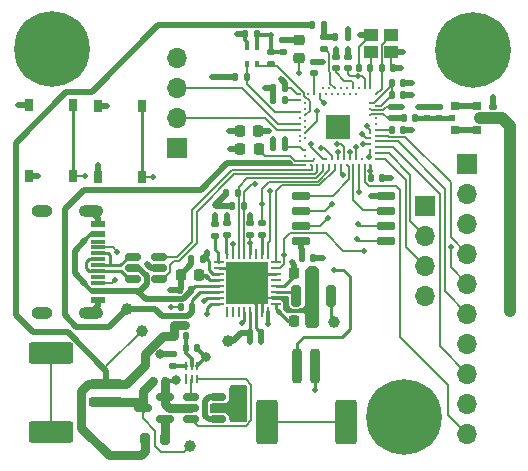
<source format=gbr>
G04 #@! TF.GenerationSoftware,KiCad,Pcbnew,7.0.6-7.0.6~ubuntu22.04.1*
G04 #@! TF.CreationDate,2023-08-08T18:58:17+02:00*
G04 #@! TF.ProjectId,Sensor_Nodes,53656e73-6f72-45f4-9e6f-6465732e6b69,rev?*
G04 #@! TF.SameCoordinates,Original*
G04 #@! TF.FileFunction,Copper,L1,Top*
G04 #@! TF.FilePolarity,Positive*
%FSLAX46Y46*%
G04 Gerber Fmt 4.6, Leading zero omitted, Abs format (unit mm)*
G04 Created by KiCad (PCBNEW 7.0.6-7.0.6~ubuntu22.04.1) date 2023-08-08 18:58:17*
%MOMM*%
%LPD*%
G01*
G04 APERTURE LIST*
G04 Aperture macros list*
%AMRoundRect*
0 Rectangle with rounded corners*
0 $1 Rounding radius*
0 $2 $3 $4 $5 $6 $7 $8 $9 X,Y pos of 4 corners*
0 Add a 4 corners polygon primitive as box body*
4,1,4,$2,$3,$4,$5,$6,$7,$8,$9,$2,$3,0*
0 Add four circle primitives for the rounded corners*
1,1,$1+$1,$2,$3*
1,1,$1+$1,$4,$5*
1,1,$1+$1,$6,$7*
1,1,$1+$1,$8,$9*
0 Add four rect primitives between the rounded corners*
20,1,$1+$1,$2,$3,$4,$5,0*
20,1,$1+$1,$4,$5,$6,$7,0*
20,1,$1+$1,$6,$7,$8,$9,0*
20,1,$1+$1,$8,$9,$2,$3,0*%
G04 Aperture macros list end*
G04 #@! TA.AperFunction,SMDPad,CuDef*
%ADD10RoundRect,0.200000X-0.200000X0.700000X-0.200000X-0.700000X0.200000X-0.700000X0.200000X0.700000X0*%
G04 #@! TD*
G04 #@! TA.AperFunction,SMDPad,CuDef*
%ADD11RoundRect,0.200000X-1.250000X0.200000X-1.250000X-0.200000X1.250000X-0.200000X1.250000X0.200000X0*%
G04 #@! TD*
G04 #@! TA.AperFunction,SMDPad,CuDef*
%ADD12RoundRect,0.250000X-1.650000X0.650000X-1.650000X-0.650000X1.650000X-0.650000X1.650000X0.650000X0*%
G04 #@! TD*
G04 #@! TA.AperFunction,SMDPad,CuDef*
%ADD13RoundRect,0.200000X-0.200000X-1.250000X0.200000X-1.250000X0.200000X1.250000X-0.200000X1.250000X0*%
G04 #@! TD*
G04 #@! TA.AperFunction,SMDPad,CuDef*
%ADD14RoundRect,0.250000X-0.650000X-1.650000X0.650000X-1.650000X0.650000X1.650000X-0.650000X1.650000X0*%
G04 #@! TD*
G04 #@! TA.AperFunction,SMDPad,CuDef*
%ADD15RoundRect,0.140000X-0.140000X-0.170000X0.140000X-0.170000X0.140000X0.170000X-0.140000X0.170000X0*%
G04 #@! TD*
G04 #@! TA.AperFunction,SMDPad,CuDef*
%ADD16RoundRect,0.218750X0.256250X-0.218750X0.256250X0.218750X-0.256250X0.218750X-0.256250X-0.218750X0*%
G04 #@! TD*
G04 #@! TA.AperFunction,ComponentPad*
%ADD17R,1.700000X1.700000*%
G04 #@! TD*
G04 #@! TA.AperFunction,ComponentPad*
%ADD18O,1.700000X1.700000*%
G04 #@! TD*
G04 #@! TA.AperFunction,SMDPad,CuDef*
%ADD19RoundRect,0.135000X-0.135000X-0.185000X0.135000X-0.185000X0.135000X0.185000X-0.135000X0.185000X0*%
G04 #@! TD*
G04 #@! TA.AperFunction,SMDPad,CuDef*
%ADD20RoundRect,0.140000X0.170000X-0.140000X0.170000X0.140000X-0.170000X0.140000X-0.170000X-0.140000X0*%
G04 #@! TD*
G04 #@! TA.AperFunction,SMDPad,CuDef*
%ADD21RoundRect,0.140000X0.140000X0.170000X-0.140000X0.170000X-0.140000X-0.170000X0.140000X-0.170000X0*%
G04 #@! TD*
G04 #@! TA.AperFunction,SMDPad,CuDef*
%ADD22RoundRect,0.150000X0.512500X0.150000X-0.512500X0.150000X-0.512500X-0.150000X0.512500X-0.150000X0*%
G04 #@! TD*
G04 #@! TA.AperFunction,SMDPad,CuDef*
%ADD23R,0.280000X0.850000*%
G04 #@! TD*
G04 #@! TA.AperFunction,SMDPad,CuDef*
%ADD24R,0.280000X0.750000*%
G04 #@! TD*
G04 #@! TA.AperFunction,ComponentPad*
%ADD25C,0.800000*%
G04 #@! TD*
G04 #@! TA.AperFunction,ComponentPad*
%ADD26C,6.400000*%
G04 #@! TD*
G04 #@! TA.AperFunction,SMDPad,CuDef*
%ADD27RoundRect,0.135000X0.185000X-0.135000X0.185000X0.135000X-0.185000X0.135000X-0.185000X-0.135000X0*%
G04 #@! TD*
G04 #@! TA.AperFunction,SMDPad,CuDef*
%ADD28RoundRect,0.225000X0.225000X0.250000X-0.225000X0.250000X-0.225000X-0.250000X0.225000X-0.250000X0*%
G04 #@! TD*
G04 #@! TA.AperFunction,SMDPad,CuDef*
%ADD29RoundRect,0.225000X-0.225000X-0.250000X0.225000X-0.250000X0.225000X0.250000X-0.225000X0.250000X0*%
G04 #@! TD*
G04 #@! TA.AperFunction,SMDPad,CuDef*
%ADD30R,1.150000X1.000000*%
G04 #@! TD*
G04 #@! TA.AperFunction,SMDPad,CuDef*
%ADD31R,0.800000X1.050000*%
G04 #@! TD*
G04 #@! TA.AperFunction,SMDPad,CuDef*
%ADD32RoundRect,0.150000X-0.512500X-0.150000X0.512500X-0.150000X0.512500X0.150000X-0.512500X0.150000X0*%
G04 #@! TD*
G04 #@! TA.AperFunction,SMDPad,CuDef*
%ADD33RoundRect,0.135000X-0.185000X0.135000X-0.185000X-0.135000X0.185000X-0.135000X0.185000X0.135000X0*%
G04 #@! TD*
G04 #@! TA.AperFunction,SMDPad,CuDef*
%ADD34C,0.250000*%
G04 #@! TD*
G04 #@! TA.AperFunction,SMDPad,CuDef*
%ADD35R,2.000000X2.000000*%
G04 #@! TD*
G04 #@! TA.AperFunction,SMDPad,CuDef*
%ADD36RoundRect,0.150000X0.650000X0.150000X-0.650000X0.150000X-0.650000X-0.150000X0.650000X-0.150000X0*%
G04 #@! TD*
G04 #@! TA.AperFunction,ComponentPad*
%ADD37C,1.000000*%
G04 #@! TD*
G04 #@! TA.AperFunction,ComponentPad*
%ADD38C,0.500000*%
G04 #@! TD*
G04 #@! TA.AperFunction,SMDPad,CuDef*
%ADD39R,3.600000X3.600000*%
G04 #@! TD*
G04 #@! TA.AperFunction,SMDPad,CuDef*
%ADD40RoundRect,0.062500X0.062500X0.337500X-0.062500X0.337500X-0.062500X-0.337500X0.062500X-0.337500X0*%
G04 #@! TD*
G04 #@! TA.AperFunction,SMDPad,CuDef*
%ADD41RoundRect,0.062500X0.337500X0.062500X-0.337500X0.062500X-0.337500X-0.062500X0.337500X-0.062500X0*%
G04 #@! TD*
G04 #@! TA.AperFunction,SMDPad,CuDef*
%ADD42R,0.500000X0.600000*%
G04 #@! TD*
G04 #@! TA.AperFunction,SMDPad,CuDef*
%ADD43R,0.300000X0.500000*%
G04 #@! TD*
G04 #@! TA.AperFunction,SMDPad,CuDef*
%ADD44R,0.800000X0.750000*%
G04 #@! TD*
G04 #@! TA.AperFunction,SMDPad,CuDef*
%ADD45R,0.580000X0.500000*%
G04 #@! TD*
G04 #@! TA.AperFunction,SMDPad,CuDef*
%ADD46RoundRect,0.200000X-0.200000X-0.275000X0.200000X-0.275000X0.200000X0.275000X-0.200000X0.275000X0*%
G04 #@! TD*
G04 #@! TA.AperFunction,SMDPad,CuDef*
%ADD47RoundRect,0.150000X0.587500X0.150000X-0.587500X0.150000X-0.587500X-0.150000X0.587500X-0.150000X0*%
G04 #@! TD*
G04 #@! TA.AperFunction,ComponentPad*
%ADD48O,1.800000X1.000000*%
G04 #@! TD*
G04 #@! TA.AperFunction,ComponentPad*
%ADD49O,2.100000X1.000000*%
G04 #@! TD*
G04 #@! TA.AperFunction,SMDPad,CuDef*
%ADD50R,1.240000X0.600000*%
G04 #@! TD*
G04 #@! TA.AperFunction,SMDPad,CuDef*
%ADD51R,1.240000X0.300000*%
G04 #@! TD*
G04 #@! TA.AperFunction,SMDPad,CuDef*
%ADD52RoundRect,0.147500X0.147500X0.172500X-0.147500X0.172500X-0.147500X-0.172500X0.147500X-0.172500X0*%
G04 #@! TD*
G04 #@! TA.AperFunction,ViaPad*
%ADD53C,0.500000*%
G04 #@! TD*
G04 #@! TA.AperFunction,ViaPad*
%ADD54C,0.800000*%
G04 #@! TD*
G04 #@! TA.AperFunction,Conductor*
%ADD55C,0.250000*%
G04 #@! TD*
G04 #@! TA.AperFunction,Conductor*
%ADD56C,0.500000*%
G04 #@! TD*
G04 #@! TA.AperFunction,Conductor*
%ADD57C,0.150000*%
G04 #@! TD*
G04 #@! TA.AperFunction,Conductor*
%ADD58C,0.200000*%
G04 #@! TD*
G04 #@! TA.AperFunction,Conductor*
%ADD59C,0.300000*%
G04 #@! TD*
G04 #@! TA.AperFunction,Conductor*
%ADD60C,1.000000*%
G04 #@! TD*
G04 #@! TA.AperFunction,Conductor*
%ADD61C,0.390000*%
G04 #@! TD*
G04 #@! TA.AperFunction,Conductor*
%ADD62C,0.750000*%
G04 #@! TD*
G04 APERTURE END LIST*
D10*
X101575000Y-56450000D03*
X98575000Y-56450000D03*
D11*
X82530000Y-63890000D03*
X82530000Y-65390000D03*
D12*
X77830000Y-61290000D03*
X77830000Y-67990000D03*
D13*
X98720000Y-62380000D03*
X100220000Y-62380000D03*
D14*
X96120000Y-67080000D03*
X102820000Y-67080000D03*
D15*
X94700000Y-59570000D03*
X95660000Y-59570000D03*
D16*
X98850000Y-36312500D03*
X98850000Y-34737500D03*
D17*
X109500000Y-48780000D03*
D18*
X109500000Y-51320000D03*
X109500000Y-53860000D03*
X109500000Y-56400000D03*
D19*
X93455000Y-37925000D03*
X94475000Y-37925000D03*
D20*
X101975000Y-37155000D03*
X101975000Y-36195000D03*
D21*
X97630000Y-43850000D03*
X96670000Y-43850000D03*
D22*
X87037500Y-55000000D03*
X87037500Y-54050000D03*
X87037500Y-53100000D03*
X84762500Y-53100000D03*
X84762500Y-54050000D03*
X84762500Y-55000000D03*
D21*
X89730000Y-55900000D03*
X88770000Y-55900000D03*
D23*
X89250000Y-63425000D03*
D24*
X89750000Y-63475000D03*
X90250000Y-63475000D03*
X90250000Y-62325000D03*
X89750000Y-62325000D03*
X89250000Y-62325000D03*
D25*
X105370000Y-66702944D03*
X106072944Y-65005888D03*
X106072944Y-68400000D03*
X107770000Y-64302944D03*
D26*
X107770000Y-66702944D03*
D25*
X107770000Y-69102944D03*
X109467056Y-65005888D03*
X109467056Y-68400000D03*
X110170000Y-66702944D03*
D19*
X93215000Y-48825000D03*
X94235000Y-48825000D03*
D15*
X89270000Y-60875000D03*
X90230000Y-60875000D03*
D21*
X89780000Y-57400000D03*
X88820000Y-57400000D03*
D17*
X113100000Y-45220000D03*
D18*
X113100000Y-47760000D03*
X113100000Y-50300000D03*
X113100000Y-52840000D03*
X113100000Y-55380000D03*
X113100000Y-57920000D03*
X113100000Y-60460000D03*
X113100000Y-63000000D03*
X113100000Y-65540000D03*
X113100000Y-68080000D03*
D19*
X88265000Y-59800000D03*
X89285000Y-59800000D03*
D20*
X102975000Y-37150000D03*
X102975000Y-36190000D03*
D27*
X91705000Y-51320000D03*
X91705000Y-50300000D03*
D28*
X90405000Y-54630000D03*
X88855000Y-54630000D03*
D15*
X104920000Y-46450000D03*
X105880000Y-46450000D03*
D25*
X75575000Y-35525000D03*
X76277944Y-33827944D03*
X76277944Y-37222056D03*
X77975000Y-33125000D03*
D26*
X77975000Y-35525000D03*
D25*
X77975000Y-37925000D03*
X79672056Y-33827944D03*
X79672056Y-37222056D03*
X80375000Y-35525000D03*
D29*
X98385000Y-58575000D03*
X99935000Y-58575000D03*
D30*
X106670000Y-34350000D03*
X104920000Y-34350000D03*
X104920000Y-35750000D03*
X106670000Y-35750000D03*
D31*
X81800000Y-46325000D03*
X85550000Y-46325000D03*
X81800000Y-40325000D03*
X85550000Y-40325000D03*
D32*
X89737500Y-64975000D03*
X89737500Y-65925000D03*
X89737500Y-66875000D03*
X92012500Y-66875000D03*
X92012500Y-65925000D03*
X92012500Y-64975000D03*
D33*
X96490000Y-35790000D03*
X96490000Y-36810000D03*
D34*
X100900000Y-38846000D03*
X101400000Y-38846000D03*
X101900000Y-38846000D03*
X102400000Y-38846000D03*
X102900000Y-38846000D03*
X103400000Y-38846000D03*
X103900000Y-38846000D03*
X104400000Y-38846000D03*
X104900000Y-38846000D03*
X105400000Y-44346000D03*
X99400000Y-44596000D03*
X100150000Y-44846000D03*
X101150000Y-44846000D03*
X101650000Y-44846000D03*
X102150000Y-44846000D03*
X102650000Y-44846000D03*
X103150000Y-44846000D03*
X103650000Y-44846000D03*
X104150000Y-44846000D03*
X105400000Y-44846000D03*
X99400000Y-45346000D03*
X99900000Y-45346000D03*
X100400000Y-45346000D03*
X100900000Y-45346000D03*
X101400000Y-45346000D03*
X101900000Y-45346000D03*
X102400000Y-45346000D03*
X102900000Y-45346000D03*
X103400000Y-45346000D03*
X103900000Y-45346000D03*
X104400000Y-45346000D03*
X104900000Y-45346000D03*
X98900000Y-39346000D03*
X99650000Y-39346000D03*
X100150000Y-39346000D03*
X100650000Y-39346000D03*
X101150000Y-39346000D03*
X101650000Y-39346000D03*
X102150000Y-39346000D03*
X102650000Y-39346000D03*
X103150000Y-39346000D03*
X103650000Y-39346000D03*
X105400000Y-39346000D03*
X98900000Y-39846000D03*
X99400000Y-40096000D03*
X104900000Y-40096000D03*
X105400000Y-40346000D03*
D35*
X102150000Y-42096000D03*
D34*
X99400000Y-40596000D03*
X104900000Y-40596000D03*
X98900000Y-40846000D03*
X99400000Y-41096000D03*
X104900000Y-41096000D03*
X98900000Y-41346000D03*
X105400000Y-41346000D03*
X99400000Y-41596000D03*
X98900000Y-41846000D03*
X105400000Y-41846000D03*
X99400000Y-42096000D03*
X98900000Y-42346000D03*
X105400000Y-42346000D03*
X99400000Y-42596000D03*
X104900000Y-42596000D03*
X98900000Y-42846000D03*
X105400000Y-42846000D03*
X99400000Y-43096000D03*
X104900000Y-43096000D03*
X98900000Y-43346000D03*
X105400000Y-43346000D03*
X104900000Y-43596000D03*
X98900000Y-43846000D03*
X105400000Y-43846000D03*
X99400000Y-44096000D03*
X104900000Y-44096000D03*
D15*
X106715000Y-38425000D03*
X107675000Y-38425000D03*
D20*
X106750000Y-41380000D03*
X106750000Y-40420000D03*
D21*
X97625000Y-38850000D03*
X96665000Y-38850000D03*
D19*
X101940000Y-34490000D03*
X102960000Y-34490000D03*
D15*
X99065000Y-53225000D03*
X100025000Y-53225000D03*
D36*
X106255000Y-51735000D03*
X106255000Y-50465000D03*
X106255000Y-49195000D03*
X106255000Y-47925000D03*
X99055000Y-47925000D03*
X99055000Y-49195000D03*
X99055000Y-50465000D03*
X99055000Y-51735000D03*
D25*
X111150000Y-35625000D03*
X111852944Y-33927944D03*
X111852944Y-37322056D03*
X113550000Y-33225000D03*
D26*
X113550000Y-35625000D03*
D25*
X113550000Y-38025000D03*
X115247056Y-33927944D03*
X115247056Y-37322056D03*
X115950000Y-35625000D03*
D37*
X101800000Y-58600000D03*
D21*
X104895000Y-37100000D03*
X103935000Y-37100000D03*
D31*
X76000000Y-46275000D03*
X79750000Y-46275000D03*
X76000000Y-40275000D03*
X79750000Y-40275000D03*
D20*
X94735000Y-51245000D03*
X94735000Y-50285000D03*
D15*
X106700000Y-42350000D03*
X107660000Y-42350000D03*
D37*
X89650000Y-69175000D03*
D20*
X110700000Y-41350000D03*
X110700000Y-40390000D03*
D21*
X95275000Y-34250000D03*
X94315000Y-34250000D03*
D20*
X115275000Y-41350000D03*
X115275000Y-40390000D03*
D15*
X106715000Y-39450000D03*
X107675000Y-39450000D03*
D38*
X93485000Y-54335000D03*
X93485000Y-55335000D03*
X93485000Y-56335000D03*
X94485000Y-54335000D03*
D39*
X94485000Y-55335000D03*
D38*
X94485000Y-55335000D03*
X94485000Y-56335000D03*
X95485000Y-54335000D03*
X95485000Y-55335000D03*
X95485000Y-56335000D03*
D40*
X96235000Y-57785000D03*
X95735000Y-57785000D03*
X95235000Y-57785000D03*
X94735000Y-57785000D03*
X94235000Y-57785000D03*
X93735000Y-57785000D03*
X93235000Y-57785000D03*
X92735000Y-57785000D03*
D41*
X92035000Y-57085000D03*
X92035000Y-56585000D03*
X92035000Y-56085000D03*
X92035000Y-55585000D03*
X92035000Y-55085000D03*
X92035000Y-54585000D03*
X92035000Y-54085000D03*
X92035000Y-53585000D03*
D40*
X92735000Y-52885000D03*
X93235000Y-52885000D03*
X93735000Y-52885000D03*
X94235000Y-52885000D03*
X94735000Y-52885000D03*
X95235000Y-52885000D03*
X95735000Y-52885000D03*
X96235000Y-52885000D03*
D41*
X96935000Y-53585000D03*
X96935000Y-54085000D03*
X96935000Y-54585000D03*
X96935000Y-55085000D03*
X96935000Y-55585000D03*
X96935000Y-56085000D03*
X96935000Y-56585000D03*
X96935000Y-57085000D03*
D42*
X116700000Y-57775000D03*
D43*
X94475000Y-36790000D03*
X95275000Y-36790000D03*
X95275000Y-35390000D03*
X94475000Y-35390000D03*
D44*
X112050000Y-42375000D03*
X112050000Y-40325000D03*
X113950000Y-42375000D03*
X113950000Y-40325000D03*
D45*
X111840000Y-41350000D03*
X114160000Y-41350000D03*
D46*
X85825000Y-68500000D03*
X87475000Y-68500000D03*
D29*
X93850000Y-42425000D03*
X95400000Y-42425000D03*
D28*
X95425000Y-44000000D03*
X93875000Y-44000000D03*
D19*
X92665000Y-47700000D03*
X93685000Y-47700000D03*
D37*
X92825000Y-60275000D03*
D47*
X87487500Y-66860000D03*
X87487500Y-64960000D03*
X85612500Y-65910000D03*
D37*
X85525000Y-59400000D03*
D15*
X105865000Y-37100000D03*
X106825000Y-37100000D03*
D20*
X100150000Y-37555000D03*
X100150000Y-36595000D03*
D27*
X92735000Y-51305000D03*
X92735000Y-50285000D03*
D33*
X100950000Y-34480000D03*
X100950000Y-35500000D03*
D27*
X97525000Y-35762500D03*
X97525000Y-34742500D03*
D48*
X77065000Y-57895000D03*
D49*
X81265000Y-57895000D03*
D48*
X77065000Y-49255000D03*
D49*
X81265000Y-49255000D03*
D50*
X81865000Y-50375000D03*
X81865000Y-51175000D03*
D51*
X81865000Y-51825000D03*
X81865000Y-52825000D03*
X81865000Y-54325000D03*
X81865000Y-55325000D03*
D50*
X81865000Y-55975000D03*
X81865000Y-56775000D03*
X81865000Y-56775000D03*
X81865000Y-55975000D03*
D51*
X81865000Y-54825000D03*
X81865000Y-53825000D03*
X81865000Y-53325000D03*
X81865000Y-52325000D03*
D50*
X81865000Y-51175000D03*
X81865000Y-50375000D03*
D33*
X88175000Y-61315000D03*
X88175000Y-62335000D03*
D19*
X86465000Y-63600000D03*
X87485000Y-63600000D03*
D52*
X108710000Y-41350000D03*
X107740000Y-41350000D03*
D17*
X88500000Y-43905000D03*
D18*
X88500000Y-41365000D03*
X88500000Y-38825000D03*
X88500000Y-36285000D03*
D33*
X95755000Y-50250000D03*
X95755000Y-51270000D03*
D19*
X99910000Y-33500000D03*
X100930000Y-33500000D03*
D21*
X90680000Y-53340000D03*
X89720000Y-53340000D03*
D37*
X84250000Y-57550000D03*
D29*
X98450000Y-54525000D03*
X100000000Y-54525000D03*
D15*
X96670000Y-39850000D03*
X97630000Y-39850000D03*
D20*
X109700000Y-41355000D03*
X109700000Y-40395000D03*
D53*
X95660000Y-60330000D03*
X94710000Y-60340000D03*
X98220000Y-53550000D03*
X87950000Y-55900000D03*
X101850000Y-54190000D03*
X108375000Y-39450000D03*
X112950000Y-42375000D03*
X101550000Y-41475000D03*
X94075000Y-64325000D03*
X102700000Y-41500000D03*
X91700000Y-49600000D03*
X107550000Y-40425000D03*
X106625000Y-46450000D03*
X102975000Y-35525000D03*
X94075000Y-65925000D03*
X113025000Y-40325000D03*
X100850000Y-53225000D03*
X93000000Y-44000000D03*
X76750000Y-46275000D03*
X96325000Y-42425000D03*
X108950000Y-40400000D03*
X82575000Y-40325000D03*
X104947500Y-47925000D03*
X96675000Y-43125000D03*
X95970000Y-38850000D03*
X88050000Y-57400000D03*
X93275000Y-65125000D03*
X102960000Y-33830000D03*
X107525000Y-37100000D03*
X93275000Y-65925000D03*
X94075000Y-65125000D03*
X100875000Y-36600000D03*
X101000000Y-40100000D03*
X115275000Y-39600000D03*
X93625000Y-34250000D03*
X75075000Y-40275000D03*
X93275000Y-64325000D03*
X92750000Y-49575000D03*
X85950000Y-53700000D03*
X100225000Y-64350000D03*
X94725000Y-49600000D03*
X104050000Y-34350000D03*
X107650000Y-35750000D03*
X101975000Y-35525000D03*
D54*
X87100000Y-61325000D03*
D53*
X108425000Y-42350000D03*
X108375000Y-38425000D03*
X94075000Y-66725000D03*
X101550000Y-42550000D03*
X81800000Y-45325000D03*
X93275000Y-66725000D03*
X102700000Y-42575000D03*
X104900000Y-45825000D03*
X94000000Y-58700000D03*
X94735000Y-51975000D03*
X102550000Y-46200000D03*
X92950000Y-42425000D03*
X97340000Y-38100000D03*
X99075000Y-52425000D03*
X97175000Y-57800000D03*
X103850000Y-37825000D03*
X97625000Y-43175000D03*
X96500000Y-34300000D03*
X91750000Y-48750000D03*
X91500000Y-37900000D03*
D54*
X90975000Y-61575000D03*
X88400000Y-63575000D03*
D53*
X91040873Y-54819564D03*
X96250000Y-58775000D03*
X98850000Y-37575000D03*
X100375000Y-40775000D03*
X83475000Y-52725000D03*
X90775000Y-56875000D03*
X83300000Y-55050000D03*
X91100000Y-57950000D03*
X88275000Y-58925000D03*
X91100000Y-52690000D03*
X89175000Y-58925000D03*
X104775000Y-44675000D03*
X104300000Y-43600000D03*
X97575000Y-52950000D03*
X104350000Y-52625000D03*
X86475000Y-46350000D03*
X103900000Y-47600000D03*
X93225000Y-52000000D03*
X80750000Y-46300000D03*
X100700500Y-43902988D03*
X96425000Y-47575000D03*
X103800000Y-51625000D03*
X102150000Y-44275000D03*
X102100000Y-43550000D03*
X101650000Y-48625000D03*
X103825000Y-50350000D03*
X103150000Y-44275000D03*
X103638800Y-43847300D03*
X101300000Y-49800000D03*
X104150000Y-42750000D03*
X111700000Y-52250000D03*
X104575000Y-42075000D03*
X99850000Y-43600000D03*
X95100000Y-46950000D03*
X95755000Y-48625000D03*
D55*
X90680000Y-53340000D02*
X91080000Y-53340000D01*
X91080000Y-53340000D02*
X91250000Y-53510000D01*
X91250000Y-53510000D02*
X91250000Y-54240000D01*
X91250000Y-54240000D02*
X91595000Y-54585000D01*
X91595000Y-54585000D02*
X92035000Y-54585000D01*
X100220000Y-62380000D02*
X100220000Y-64345000D01*
X100220000Y-64345000D02*
X100225000Y-64350000D01*
X91040873Y-54819564D02*
X91306309Y-55085000D01*
X91306309Y-55085000D02*
X92035000Y-55085000D01*
X91040873Y-54819564D02*
X91040873Y-54690873D01*
X91040873Y-54690873D02*
X90980000Y-54630000D01*
X90980000Y-54630000D02*
X90405000Y-54630000D01*
X95660000Y-59570000D02*
X95220000Y-59130000D01*
X95220000Y-59130000D02*
X95220000Y-57800000D01*
X95220000Y-57800000D02*
X95235000Y-57785000D01*
X94735000Y-57785000D02*
X94735000Y-59535000D01*
X94735000Y-59535000D02*
X94700000Y-59570000D01*
D56*
X95660000Y-59570000D02*
X95660000Y-60330000D01*
X94700000Y-60330000D02*
X94710000Y-60340000D01*
X94700000Y-59570000D02*
X94700000Y-60330000D01*
X92825000Y-60275000D02*
X93225000Y-60275000D01*
X93930000Y-59570000D02*
X94700000Y-59570000D01*
X93225000Y-60275000D02*
X93930000Y-59570000D01*
X98220000Y-53550000D02*
X98450000Y-53780000D01*
X98450000Y-53780000D02*
X98450000Y-54525000D01*
X88770000Y-55900000D02*
X87950000Y-55900000D01*
X88855000Y-54630000D02*
X88855000Y-55815000D01*
X88855000Y-55815000D02*
X88770000Y-55900000D01*
X89720000Y-53340000D02*
X89720000Y-53765000D01*
X89720000Y-53765000D02*
X88855000Y-54630000D01*
X91100000Y-52690000D02*
X91100000Y-52920000D01*
X91100000Y-52920000D02*
X90680000Y-53340000D01*
D55*
X98720000Y-62380000D02*
X98720000Y-60430000D01*
X98720000Y-60430000D02*
X99270000Y-59880000D01*
X99270000Y-59880000D02*
X102510000Y-59880000D01*
X103160000Y-59230000D02*
X103160000Y-54740000D01*
X102510000Y-59880000D02*
X103160000Y-59230000D01*
X103160000Y-54740000D02*
X102610000Y-54190000D01*
X102610000Y-54190000D02*
X101850000Y-54190000D01*
X101575000Y-56450000D02*
X101575000Y-58375000D01*
X101575000Y-58375000D02*
X101800000Y-58600000D01*
X96935000Y-56085000D02*
X98210000Y-56085000D01*
X98210000Y-56085000D02*
X98575000Y-56450000D01*
X96935000Y-55585000D02*
X97590000Y-55585000D01*
X97590000Y-55585000D02*
X98450000Y-54725000D01*
X98450000Y-54725000D02*
X98450000Y-54525000D01*
X96935000Y-57085000D02*
X96935000Y-57560000D01*
X96935000Y-57560000D02*
X97950000Y-58575000D01*
X97950000Y-58575000D02*
X98385000Y-58575000D01*
D56*
X112050000Y-40325000D02*
X113950000Y-40325000D01*
X108955000Y-40395000D02*
X108950000Y-40400000D01*
X76000000Y-40275000D02*
X75075000Y-40275000D01*
X104920000Y-34350000D02*
X104050000Y-34350000D01*
X86300000Y-54050000D02*
X85950000Y-53700000D01*
X109700000Y-40395000D02*
X108955000Y-40395000D01*
D57*
X105979000Y-40696000D02*
X106255000Y-40420000D01*
D56*
X106750000Y-40420000D02*
X107545000Y-40420000D01*
X81800000Y-40325000D02*
X82575000Y-40325000D01*
X105880000Y-46450000D02*
X106625000Y-46450000D01*
X96670000Y-43850000D02*
X96670000Y-43130000D01*
D57*
X106670000Y-35750000D02*
X106670000Y-36945000D01*
D55*
X95735000Y-57785000D02*
X95735000Y-56585000D01*
D57*
X104900000Y-40596000D02*
X105000000Y-40696000D01*
D56*
X107545000Y-40420000D02*
X107550000Y-40425000D01*
X96665000Y-38850000D02*
X95970000Y-38850000D01*
X96670000Y-39850000D02*
X96670000Y-38855000D01*
D55*
X92035000Y-54085000D02*
X93235000Y-54085000D01*
D56*
X81865000Y-49855000D02*
X81265000Y-49255000D01*
D55*
X95235000Y-57785000D02*
X95235000Y-57085000D01*
D57*
X97035000Y-56585000D02*
X96935000Y-56585000D01*
D56*
X115275000Y-40390000D02*
X115275000Y-39600000D01*
X81800000Y-46325000D02*
X81800000Y-45325000D01*
X102960000Y-34490000D02*
X102960000Y-33830000D01*
X110700000Y-40390000D02*
X109705000Y-40390000D01*
X94735000Y-50285000D02*
X94735000Y-49610000D01*
X81865000Y-56775000D02*
X81865000Y-57295000D01*
X93875000Y-44000000D02*
X93000000Y-44000000D01*
X94735000Y-49610000D02*
X94725000Y-49600000D01*
X96670000Y-43130000D02*
X96675000Y-43125000D01*
X96670000Y-38855000D02*
X96665000Y-38850000D01*
X88175000Y-61315000D02*
X87110000Y-61315000D01*
X87037500Y-54050000D02*
X86300000Y-54050000D01*
D55*
X95235000Y-57085000D02*
X94485000Y-56335000D01*
D56*
X101975000Y-36195000D02*
X101975000Y-35525000D01*
D57*
X100650000Y-39750000D02*
X101000000Y-40100000D01*
D56*
X107675000Y-39450000D02*
X108375000Y-39450000D01*
D58*
X88820000Y-57400000D02*
X88050000Y-57400000D01*
D56*
X87110000Y-61315000D02*
X87100000Y-61325000D01*
X91705000Y-49605000D02*
X91700000Y-49600000D01*
X76000000Y-46275000D02*
X76750000Y-46275000D01*
D59*
X94315000Y-34740000D02*
X94315000Y-34250000D01*
D57*
X103935000Y-35335000D02*
X103935000Y-37100000D01*
D56*
X100870000Y-36595000D02*
X100875000Y-36600000D01*
D57*
X106670000Y-36945000D02*
X106825000Y-37100000D01*
D56*
X100150000Y-36595000D02*
X100870000Y-36595000D01*
D59*
X94475000Y-35390000D02*
X94475000Y-34900000D01*
D58*
X96935000Y-56585000D02*
X95735000Y-56585000D01*
D56*
X95400000Y-42425000D02*
X96325000Y-42425000D01*
D55*
X93235000Y-54085000D02*
X93485000Y-54335000D01*
D56*
X92735000Y-50285000D02*
X92735000Y-49590000D01*
D57*
X100650000Y-39346000D02*
X100650000Y-39750000D01*
D56*
X106825000Y-37100000D02*
X107525000Y-37100000D01*
X107660000Y-42350000D02*
X108425000Y-42350000D01*
D57*
X104920000Y-34350000D02*
X103935000Y-35335000D01*
D55*
X96935000Y-54585000D02*
X95735000Y-54585000D01*
D57*
X105000000Y-40696000D02*
X105979000Y-40696000D01*
D56*
X92735000Y-49590000D02*
X92750000Y-49575000D01*
X91705000Y-50300000D02*
X91705000Y-49605000D01*
X100025000Y-53225000D02*
X100850000Y-53225000D01*
X107675000Y-38425000D02*
X108375000Y-38425000D01*
X81865000Y-50375000D02*
X81865000Y-49855000D01*
D57*
X106255000Y-40420000D02*
X106750000Y-40420000D01*
D56*
X112050000Y-42375000D02*
X113950000Y-42375000D01*
D59*
X94475000Y-34900000D02*
X94315000Y-34740000D01*
D56*
X106252500Y-47925000D02*
X104947500Y-47925000D01*
X106670000Y-35750000D02*
X107650000Y-35750000D01*
D58*
X95735000Y-56585000D02*
X95485000Y-56335000D01*
D56*
X81865000Y-57295000D02*
X81265000Y-57895000D01*
X102975000Y-36190000D02*
X102975000Y-35525000D01*
D55*
X95735000Y-54585000D02*
X95485000Y-54335000D01*
D56*
X109705000Y-40390000D02*
X109700000Y-40395000D01*
X94315000Y-34250000D02*
X93625000Y-34250000D01*
D60*
X114160000Y-41350000D02*
X116050000Y-41350000D01*
X116050000Y-41350000D02*
X116700000Y-42000000D01*
X116700000Y-42000000D02*
X116700000Y-57700000D01*
D58*
X104900000Y-40096000D02*
X105180331Y-40096000D01*
X106715000Y-39450000D02*
X106715000Y-38425000D01*
X106715000Y-38561331D02*
X106715000Y-38425000D01*
X105400000Y-40346000D02*
X105819000Y-40346000D01*
X105819000Y-40346000D02*
X106715000Y-39450000D01*
D57*
X106715000Y-38425000D02*
X106715000Y-38525975D01*
D58*
X105180331Y-40096000D02*
X106715000Y-38561331D01*
X105404000Y-42350000D02*
X105400000Y-42346000D01*
X106700000Y-42350000D02*
X105404000Y-42350000D01*
D57*
X100150000Y-39346000D02*
X100150000Y-37555000D01*
D61*
X108710000Y-41350000D02*
X111840000Y-41350000D01*
D57*
X105865000Y-37100000D02*
X105865000Y-38881000D01*
X106670000Y-34350000D02*
X105865000Y-35155000D01*
X105865000Y-38881000D02*
X105400000Y-39346000D01*
X105865000Y-35155000D02*
X105865000Y-37100000D01*
D58*
X103400000Y-38350000D02*
X103275000Y-38225000D01*
X102700000Y-38225000D02*
X101975000Y-37500000D01*
X103275000Y-38225000D02*
X102700000Y-38225000D01*
X101975000Y-37500000D02*
X101975000Y-37155000D01*
X103400000Y-38846000D02*
X103400000Y-38350000D01*
D56*
X107710000Y-41380000D02*
X107740000Y-41350000D01*
D57*
X106355000Y-41380000D02*
X106750000Y-41380000D01*
X105000000Y-40996000D02*
X105971000Y-40996000D01*
X105971000Y-40996000D02*
X106355000Y-41380000D01*
X104900000Y-41096000D02*
X105000000Y-40996000D01*
D56*
X106750000Y-41380000D02*
X107710000Y-41380000D01*
D57*
X104900000Y-37105000D02*
X104900000Y-38846000D01*
X104920000Y-37075000D02*
X104895000Y-37100000D01*
X104920000Y-35750000D02*
X104920000Y-37075000D01*
X104895000Y-37100000D02*
X104900000Y-37105000D01*
D58*
X97630000Y-39850000D02*
X98896000Y-39850000D01*
X98896000Y-39850000D02*
X98900000Y-39846000D01*
D57*
X102400000Y-45346000D02*
X102400000Y-46050000D01*
X103425000Y-37825000D02*
X103850000Y-37825000D01*
D56*
X99065000Y-52435000D02*
X99075000Y-52425000D01*
D58*
X98900000Y-43846000D02*
X97634000Y-43846000D01*
D56*
X99055000Y-51735000D02*
X99055000Y-52405000D01*
D58*
X97634000Y-43846000D02*
X97630000Y-43850000D01*
D55*
X94735000Y-52885000D02*
X94735000Y-51975000D01*
D58*
X103150000Y-37825000D02*
X102975000Y-37650000D01*
X98671000Y-39346000D02*
X98175000Y-38850000D01*
D56*
X93850000Y-42425000D02*
X92950000Y-42425000D01*
D58*
X103425000Y-37825000D02*
X103150000Y-37825000D01*
D56*
X97630000Y-43180000D02*
X97625000Y-43175000D01*
D58*
X99150000Y-44096000D02*
X98900000Y-43846000D01*
D55*
X94235000Y-58465000D02*
X94000000Y-58700000D01*
X104900000Y-45346000D02*
X104900000Y-45825000D01*
X104900000Y-45825000D02*
X104900000Y-46430000D01*
D58*
X104200000Y-37825000D02*
X103850000Y-37825000D01*
X99400000Y-44096000D02*
X99150000Y-44096000D01*
D56*
X99055000Y-52405000D02*
X99075000Y-52425000D01*
D58*
X102975000Y-37650000D02*
X102975000Y-37150000D01*
D56*
X97630000Y-43850000D02*
X97630000Y-43180000D01*
D55*
X94235000Y-57785000D02*
X94235000Y-58465000D01*
D58*
X98900000Y-39346000D02*
X98671000Y-39346000D01*
X98175000Y-38850000D02*
X97625000Y-38850000D01*
D56*
X99065000Y-53225000D02*
X99065000Y-52435000D01*
D58*
X104400000Y-38025000D02*
X104200000Y-37825000D01*
X104400000Y-38846000D02*
X104400000Y-38025000D01*
D57*
X94735000Y-51245000D02*
X94735000Y-51975000D01*
X102400000Y-46050000D02*
X102550000Y-46200000D01*
D56*
X97625000Y-38385000D02*
X97340000Y-38100000D01*
X97625000Y-38850000D02*
X97625000Y-38385000D01*
D55*
X104900000Y-46430000D02*
X104920000Y-46450000D01*
D57*
X100150000Y-44846000D02*
X100025000Y-44971000D01*
X98542751Y-44971000D02*
X98121751Y-44550000D01*
X100025000Y-44971000D02*
X98542751Y-44971000D01*
X98121751Y-44550000D02*
X95975000Y-44550000D01*
X95975000Y-44550000D02*
X95425000Y-44000000D01*
D59*
X95325000Y-34300000D02*
X95275000Y-34250000D01*
D56*
X93215000Y-48825000D02*
X91825000Y-48825000D01*
X92665000Y-47835000D02*
X91750000Y-48750000D01*
D59*
X95275000Y-35390000D02*
X95275000Y-34250000D01*
D56*
X91825000Y-48825000D02*
X91750000Y-48750000D01*
X91525000Y-37925000D02*
X91500000Y-37900000D01*
X92665000Y-47700000D02*
X92665000Y-47835000D01*
D59*
X96500000Y-34300000D02*
X95325000Y-34300000D01*
D56*
X93455000Y-37925000D02*
X91525000Y-37925000D01*
D59*
X97497500Y-35790000D02*
X97525000Y-35762500D01*
X96490000Y-35790000D02*
X96490000Y-34310000D01*
X96490000Y-34310000D02*
X96500000Y-34300000D01*
X96490000Y-35790000D02*
X97497500Y-35790000D01*
X89270000Y-61295000D02*
X89750000Y-61775000D01*
X89270000Y-60875000D02*
X89270000Y-61295000D01*
X89750000Y-61775000D02*
X89750000Y-62325000D01*
X89285000Y-60860000D02*
X89270000Y-60875000D01*
X89285000Y-59800000D02*
X89285000Y-60860000D01*
D62*
X87485000Y-63600000D02*
X87485000Y-64957500D01*
X87487500Y-64960000D02*
X87487500Y-65587500D01*
D59*
X90975000Y-61600000D02*
X90250000Y-62325000D01*
D62*
X87825000Y-65925000D02*
X89737500Y-65925000D01*
X87485000Y-64957500D02*
X87487500Y-64960000D01*
D59*
X90975000Y-61575000D02*
X90930000Y-61575000D01*
D62*
X87487500Y-65587500D02*
X87825000Y-65925000D01*
D59*
X87485000Y-63600000D02*
X88375000Y-63600000D01*
X90930000Y-61575000D02*
X90230000Y-60875000D01*
X88375000Y-63600000D02*
X88400000Y-63575000D01*
X90975000Y-61575000D02*
X90975000Y-61600000D01*
D56*
X80750000Y-51700000D02*
X79850000Y-52600000D01*
X85950000Y-54747183D02*
X85252817Y-54050000D01*
X85865000Y-56690000D02*
X89053675Y-56690000D01*
X85377817Y-55975000D02*
X85950000Y-55402817D01*
D59*
X81865000Y-51175000D02*
X81280305Y-51175000D01*
D56*
X85150000Y-55975000D02*
X85865000Y-56690000D01*
X85950000Y-55402817D02*
X85950000Y-54747183D01*
X81865000Y-55975000D02*
X85150000Y-55975000D01*
X79850000Y-52600000D02*
X79850000Y-54525000D01*
D55*
X90055000Y-55575000D02*
X89730000Y-55900000D01*
D59*
X81865000Y-55975000D02*
X81280305Y-55975000D01*
D55*
X92035000Y-55585000D02*
X92025000Y-55575000D01*
X92025000Y-55575000D02*
X90055000Y-55575000D01*
D59*
X81280305Y-55975000D02*
X80750000Y-55444695D01*
D56*
X85150000Y-55975000D02*
X85377817Y-55975000D01*
X89730000Y-56013675D02*
X89730000Y-55900000D01*
D59*
X80755305Y-51700000D02*
X80750000Y-51700000D01*
X80750000Y-55444695D02*
X80750000Y-55425000D01*
X81280305Y-51175000D02*
X80755305Y-51700000D01*
D56*
X89053675Y-56690000D02*
X89730000Y-56013675D01*
X79850000Y-54525000D02*
X80750000Y-55425000D01*
X85252817Y-54050000D02*
X84762500Y-54050000D01*
D59*
X96235000Y-58760000D02*
X96250000Y-58775000D01*
X96235000Y-57785000D02*
X96235000Y-58760000D01*
D56*
X89780000Y-57820000D02*
X89780000Y-57400000D01*
X89490000Y-58110000D02*
X89780000Y-57820000D01*
X79000000Y-49100000D02*
X79000000Y-58075000D01*
D55*
X90441899Y-56085000D02*
X89780000Y-56746899D01*
D56*
X84250000Y-57550000D02*
X86700000Y-57550000D01*
X90525000Y-47450000D02*
X80650000Y-47450000D01*
X86700000Y-57550000D02*
X87260000Y-58110000D01*
X87260000Y-58110000D02*
X89490000Y-58110000D01*
X79000000Y-58075000D02*
X79950000Y-59025000D01*
X80650000Y-47450000D02*
X79000000Y-49100000D01*
D55*
X89780000Y-56746899D02*
X89780000Y-57400000D01*
D57*
X99400000Y-45346000D02*
X98246000Y-45346000D01*
D56*
X82775000Y-59025000D02*
X84250000Y-57550000D01*
D55*
X92035000Y-56085000D02*
X90441899Y-56085000D01*
D56*
X98100000Y-45200000D02*
X92775000Y-45200000D01*
X79950000Y-59025000D02*
X82775000Y-59025000D01*
X92775000Y-45200000D02*
X90525000Y-47450000D01*
D57*
X98246000Y-45346000D02*
X98100000Y-45200000D01*
X100375000Y-41621000D02*
X100375000Y-40775000D01*
X98850000Y-37575000D02*
X98850000Y-36312500D01*
X99400000Y-42596000D02*
X100375000Y-41621000D01*
D56*
X97525000Y-34742500D02*
X98845000Y-34742500D01*
X98845000Y-34742500D02*
X98850000Y-34737500D01*
D55*
X91065000Y-56585000D02*
X92035000Y-56585000D01*
X90775000Y-56875000D02*
X91065000Y-56585000D01*
D58*
X83075000Y-52325000D02*
X83475000Y-52725000D01*
X81865000Y-52325000D02*
X83075000Y-52325000D01*
X87950000Y-53775000D02*
X88275000Y-53450000D01*
X90175000Y-49286825D02*
X93336825Y-46125000D01*
X100193200Y-46125000D02*
X100400000Y-45918200D01*
X87315685Y-55000000D02*
X87950000Y-54365685D01*
X90175000Y-51969975D02*
X90175000Y-49286825D01*
X87037500Y-55000000D02*
X87315685Y-55000000D01*
X93336825Y-46125000D02*
X100193200Y-46125000D01*
X100400000Y-45918200D02*
X100400000Y-45346000D01*
X87950000Y-54365685D02*
X87950000Y-53775000D01*
X88275000Y-53450000D02*
X88694975Y-53450000D01*
X88694975Y-53450000D02*
X90175000Y-51969975D01*
X88550000Y-53100000D02*
X89800000Y-51850000D01*
X89800000Y-51850000D02*
X89800000Y-49166851D01*
X99924999Y-45756801D02*
X99924999Y-45370999D01*
X87037500Y-53100000D02*
X88550000Y-53100000D01*
X89800000Y-49166851D02*
X93191851Y-45775000D01*
X99924999Y-45370999D02*
X99900000Y-45346000D01*
X99906800Y-45775000D02*
X99924999Y-45756801D01*
X93191851Y-45775000D02*
X99906800Y-45775000D01*
D55*
X91100000Y-57425000D02*
X91440000Y-57085000D01*
D58*
X83025000Y-55325000D02*
X83300000Y-55050000D01*
D55*
X91440000Y-57085000D02*
X92035000Y-57085000D01*
X91100000Y-57950000D02*
X91100000Y-57425000D01*
D58*
X81865000Y-55325000D02*
X83025000Y-55325000D01*
X89650000Y-69175000D02*
X89150001Y-69674999D01*
X87174999Y-69674999D02*
X86675000Y-69175000D01*
X89150001Y-69674999D02*
X87174999Y-69674999D01*
D62*
X85092500Y-65390000D02*
X85612500Y-65910000D01*
X86465000Y-63600000D02*
X85612500Y-64452500D01*
D58*
X86675000Y-67825000D02*
X85612500Y-66762500D01*
X85612500Y-66762500D02*
X85612500Y-65910000D01*
D62*
X82530000Y-65390000D02*
X85092500Y-65390000D01*
D58*
X86675000Y-69175000D02*
X86675000Y-67825000D01*
D62*
X85612500Y-64452500D02*
X85612500Y-65910000D01*
X87316852Y-59800000D02*
X88265000Y-59800000D01*
D56*
X86950000Y-33500000D02*
X99910000Y-33500000D01*
D62*
X85825000Y-69575000D02*
X85825000Y-68500000D01*
X84185000Y-63890000D02*
X85800000Y-62275000D01*
X82775000Y-69925000D02*
X85475000Y-69925000D01*
D56*
X74850000Y-43450000D02*
X79140000Y-39160000D01*
D62*
X80425000Y-64480000D02*
X80425000Y-67575000D01*
D56*
X76350000Y-59510000D02*
X74850000Y-58010000D01*
D62*
X85800000Y-62275000D02*
X85800000Y-61316852D01*
D57*
X85525000Y-59400000D02*
X82530000Y-62395000D01*
D56*
X81290000Y-39160000D02*
X86950000Y-33500000D01*
D62*
X82530000Y-63890000D02*
X84185000Y-63890000D01*
D56*
X82530000Y-63890000D02*
X82530000Y-62770761D01*
D62*
X88275000Y-58925000D02*
X89175000Y-58925000D01*
X85475000Y-69925000D02*
X85825000Y-69575000D01*
D56*
X79269239Y-59510000D02*
X76350000Y-59510000D01*
D62*
X80425000Y-67575000D02*
X82775000Y-69925000D01*
D56*
X82530000Y-62770761D02*
X79269239Y-59510000D01*
D62*
X82530000Y-63890000D02*
X81015000Y-63890000D01*
X88265000Y-59800000D02*
X88265000Y-58935000D01*
X81015000Y-63890000D02*
X80425000Y-64480000D01*
X88265000Y-58935000D02*
X88275000Y-58925000D01*
X85800000Y-61316852D02*
X87316852Y-59800000D01*
D56*
X74850000Y-58010000D02*
X74850000Y-43450000D01*
D57*
X82530000Y-62395000D02*
X82530000Y-62770761D01*
D56*
X79140000Y-39160000D02*
X81290000Y-39160000D01*
D57*
X104400000Y-45346000D02*
X104400000Y-46775000D01*
X111500000Y-66480000D02*
X113100000Y-68080000D01*
X104400000Y-46775000D02*
X104750000Y-47125000D01*
X104750000Y-47125000D02*
X107097017Y-47125000D01*
X107425000Y-59875000D02*
X111500000Y-63950000D01*
X107097017Y-47125000D02*
X107425000Y-47452983D01*
X111500000Y-63950000D02*
X111500000Y-66480000D01*
X107425000Y-47452983D02*
X107425000Y-59875000D01*
X104900000Y-44096000D02*
X104900000Y-44550000D01*
X104900000Y-44550000D02*
X104775000Y-44675000D01*
X98900000Y-42346000D02*
X96956000Y-42346000D01*
X96956000Y-42346000D02*
X95975000Y-41365000D01*
X95975000Y-41365000D02*
X88500000Y-41365000D01*
X97086000Y-41846000D02*
X94065000Y-38825000D01*
X98900000Y-41846000D02*
X97086000Y-41846000D01*
X94065000Y-38825000D02*
X88500000Y-38825000D01*
D62*
X87487500Y-66860000D02*
X87487500Y-68487500D01*
X87487500Y-68487500D02*
X87475000Y-68500000D01*
D58*
X89737500Y-64975000D02*
X89737500Y-63487500D01*
X89737500Y-63487500D02*
X89750000Y-63475000D01*
X94825000Y-66925000D02*
X94825000Y-63950000D01*
X90287500Y-67425000D02*
X94325000Y-67425000D01*
X94325000Y-67425000D02*
X94825000Y-66925000D01*
X89737500Y-66875000D02*
X90287500Y-67425000D01*
X94825000Y-63950000D02*
X94350000Y-63475000D01*
X94350000Y-63475000D02*
X90250000Y-63475000D01*
D56*
X90900000Y-66575000D02*
X91200000Y-66875000D01*
X91200000Y-66875000D02*
X92012500Y-66875000D01*
X90900000Y-65300000D02*
X90900000Y-66575000D01*
X92012500Y-64975000D02*
X91225000Y-64975000D01*
X91225000Y-64975000D02*
X90900000Y-65300000D01*
D57*
X99275000Y-39225000D02*
X97025000Y-36975000D01*
X95275000Y-36796066D02*
X95275000Y-36790000D01*
X99750000Y-40746000D02*
X99750000Y-39940975D01*
X95453934Y-36975000D02*
X95275000Y-36796066D01*
X99275000Y-39465975D02*
X99275000Y-39225000D01*
X99750000Y-39940975D02*
X99275000Y-39465975D01*
X97025000Y-36975000D02*
X95453934Y-36975000D01*
X99400000Y-41096000D02*
X99750000Y-40746000D01*
X106771000Y-43846000D02*
X110750000Y-47825000D01*
X110750000Y-47825000D02*
X110750000Y-60650000D01*
X105400000Y-43846000D02*
X106771000Y-43846000D01*
X110750000Y-60650000D02*
X113100000Y-63000000D01*
D58*
X94475000Y-38516543D02*
X94475000Y-36790000D01*
X96804457Y-40846000D02*
X94475000Y-38516543D01*
X98900000Y-40846000D02*
X96804457Y-40846000D01*
D57*
X104304000Y-43596000D02*
X104300000Y-43600000D01*
X104900000Y-43596000D02*
X104304000Y-43596000D01*
D56*
X101930000Y-34480000D02*
X101940000Y-34490000D01*
X100950000Y-34480000D02*
X101930000Y-34480000D01*
X100930000Y-33500000D02*
X100930000Y-34460000D01*
X100930000Y-34460000D02*
X100950000Y-34480000D01*
D57*
X101896000Y-38846000D02*
X101500000Y-38450000D01*
X101350000Y-37380000D02*
X101350000Y-35900000D01*
X101900000Y-38846000D02*
X101896000Y-38846000D01*
X101500000Y-37530000D02*
X101350000Y-37380000D01*
X101500000Y-38450000D02*
X101500000Y-37530000D01*
X101350000Y-35900000D02*
X100950000Y-35500000D01*
D59*
X88175000Y-62335000D02*
X89240000Y-62335000D01*
X89240000Y-62335000D02*
X89250000Y-62325000D01*
D55*
X92675000Y-52825000D02*
X92675000Y-51365000D01*
X92735000Y-52885000D02*
X92675000Y-52825000D01*
X92675000Y-51365000D02*
X92735000Y-51305000D01*
X91705000Y-52485000D02*
X92030000Y-52810000D01*
X92030000Y-53580000D02*
X92035000Y-53585000D01*
X92030000Y-52810000D02*
X92030000Y-53580000D01*
X91705000Y-51320000D02*
X91705000Y-52485000D01*
X95735000Y-52885000D02*
X95735000Y-51290000D01*
X95735000Y-51290000D02*
X95755000Y-51270000D01*
D57*
X103900000Y-45346000D02*
X103900000Y-47600000D01*
X97600000Y-51575000D02*
X97600000Y-52925000D01*
X85575000Y-46350000D02*
X85550000Y-46325000D01*
X101100000Y-51125000D02*
X98050000Y-51125000D01*
X86475000Y-46350000D02*
X85575000Y-46350000D01*
X102600000Y-52625000D02*
X101100000Y-51125000D01*
X97575000Y-52950000D02*
X97575000Y-53751586D01*
X97575000Y-53751586D02*
X97241586Y-54085000D01*
X104350000Y-52625000D02*
X102600000Y-52625000D01*
D55*
X85550000Y-40325000D02*
X85550000Y-46325000D01*
D57*
X97241586Y-54085000D02*
X96935000Y-54085000D01*
X97600000Y-52925000D02*
X97575000Y-52950000D01*
X98050000Y-51125000D02*
X97600000Y-51575000D01*
D58*
X93235000Y-52010000D02*
X93225000Y-52000000D01*
X93235000Y-52885000D02*
X93235000Y-52010000D01*
X79775000Y-46300000D02*
X79750000Y-46275000D01*
D55*
X79750000Y-46275000D02*
X79750000Y-40275000D01*
D58*
X80750000Y-46300000D02*
X79775000Y-46300000D01*
D57*
X96235000Y-52885000D02*
X96235000Y-51965000D01*
X96235000Y-51965000D02*
X96425000Y-51775000D01*
X101650000Y-44846000D02*
X101650000Y-44600000D01*
X101650000Y-44600000D02*
X100952988Y-43902988D01*
X96425000Y-51775000D02*
X96425000Y-47575000D01*
X100952988Y-43902988D02*
X100700500Y-43902988D01*
X106255000Y-51735000D02*
X103910000Y-51735000D01*
X102150000Y-44846000D02*
X102150000Y-44275000D01*
X103910000Y-51735000D02*
X103800000Y-51625000D01*
X101075000Y-49200000D02*
X101650000Y-48625000D01*
X102650000Y-43859821D02*
X102650000Y-43825000D01*
X102650000Y-43825000D02*
X102375000Y-43550000D01*
X99060000Y-49200000D02*
X99055000Y-49195000D01*
X102650000Y-43859821D02*
X102646811Y-43856632D01*
X101075000Y-49200000D02*
X99060000Y-49200000D01*
X102650000Y-44846000D02*
X102650000Y-43859821D01*
X102375000Y-43550000D02*
X102100000Y-43550000D01*
X103150000Y-44846000D02*
X103150000Y-44275000D01*
X106255000Y-50465000D02*
X103940000Y-50465000D01*
X103940000Y-50465000D02*
X103825000Y-50350000D01*
X103650000Y-43858500D02*
X103638800Y-43847300D01*
X99055000Y-50465000D02*
X100635000Y-50465000D01*
X103650000Y-44846000D02*
X103650000Y-43858500D01*
X100635000Y-50465000D02*
X101300000Y-49800000D01*
X101900000Y-45346000D02*
X101900000Y-45726348D01*
X96935000Y-47540000D02*
X96935000Y-53585000D01*
X101900000Y-45726348D02*
X100551348Y-47075000D01*
X97400000Y-47075000D02*
X96935000Y-47540000D01*
X100551348Y-47075000D02*
X97400000Y-47075000D01*
X101725000Y-47925000D02*
X99055000Y-47925000D01*
X102900000Y-45346000D02*
X103100000Y-45546000D01*
X103100000Y-46550000D02*
X101725000Y-47925000D01*
X103100000Y-45546000D02*
X103100000Y-46550000D01*
X103400000Y-45346000D02*
X103400000Y-48300000D01*
X104275000Y-49175000D02*
X106235000Y-49175000D01*
X106235000Y-49175000D02*
X106255000Y-49195000D01*
X103400000Y-48300000D02*
X104275000Y-49175000D01*
X111225000Y-56045000D02*
X111225000Y-47375000D01*
X107196000Y-43346000D02*
X105400000Y-43346000D01*
X113100000Y-57920000D02*
X111225000Y-56045000D01*
X111225000Y-47375000D02*
X107196000Y-43346000D01*
X111700000Y-53980000D02*
X113100000Y-55380000D01*
X104900000Y-43096000D02*
X104496000Y-43096000D01*
X111700000Y-52250000D02*
X111700000Y-53980000D01*
X104496000Y-43096000D02*
X104150000Y-42750000D01*
X106369812Y-42846000D02*
X105400000Y-42846000D01*
X106473812Y-42950000D02*
X106369812Y-42846000D01*
X107865000Y-42950000D02*
X106473812Y-42950000D01*
X111700000Y-51440000D02*
X111700000Y-46785000D01*
X113100000Y-52840000D02*
X111700000Y-51440000D01*
X111700000Y-46785000D02*
X107865000Y-42950000D01*
X104900000Y-42400000D02*
X104575000Y-42075000D01*
X104900000Y-42596000D02*
X104900000Y-42400000D01*
X108250000Y-50070000D02*
X109500000Y-51320000D01*
X108250000Y-46150000D02*
X108250000Y-50070000D01*
X106446000Y-44346000D02*
X108250000Y-46150000D01*
X105400000Y-44346000D02*
X106446000Y-44346000D01*
X107900000Y-52260000D02*
X109500000Y-53860000D01*
X106121000Y-44846000D02*
X107900000Y-46625000D01*
X105400000Y-44846000D02*
X106121000Y-44846000D01*
X107900000Y-46625000D02*
X107900000Y-52260000D01*
X100846000Y-44846000D02*
X99850000Y-43850000D01*
X99850000Y-43850000D02*
X99850000Y-43600000D01*
X101150000Y-44846000D02*
X100846000Y-44846000D01*
X94200000Y-47600000D02*
X94200000Y-52850000D01*
X95100000Y-46950000D02*
X94850000Y-46950000D01*
X94200000Y-52850000D02*
X94235000Y-52885000D01*
X94850000Y-46950000D02*
X94200000Y-47600000D01*
X100302820Y-46475000D02*
X94425000Y-46475000D01*
X93735000Y-47165000D02*
X93735000Y-52885000D01*
X100900000Y-45346000D02*
X100900000Y-45877820D01*
X94425000Y-46475000D02*
X93735000Y-47165000D01*
X100900000Y-45877820D02*
X100302820Y-46475000D01*
X96325000Y-46775000D02*
X95755000Y-47345000D01*
X101400000Y-45346000D02*
X101400000Y-45802084D01*
X101400000Y-45802084D02*
X100427084Y-46775000D01*
X95755000Y-47345000D02*
X95755000Y-50250000D01*
X100427084Y-46775000D02*
X96325000Y-46775000D01*
D58*
X77830000Y-67990000D02*
X77830000Y-61290000D01*
X96120000Y-67080000D02*
X102820000Y-67080000D01*
D55*
X81865000Y-54325000D02*
X81045000Y-54325000D01*
X81045000Y-53325000D02*
X81865000Y-53325000D01*
X83773959Y-54325000D02*
X84448959Y-55000000D01*
X81045000Y-54325000D02*
X80825000Y-54105000D01*
X84448959Y-55000000D02*
X84762500Y-55000000D01*
X81865000Y-54325000D02*
X83773959Y-54325000D01*
X80825000Y-54105000D02*
X80825000Y-53545000D01*
X80825000Y-53545000D02*
X81045000Y-53325000D01*
X83723959Y-53825000D02*
X84448959Y-53100000D01*
X81865000Y-53825000D02*
X82735000Y-53825000D01*
X82850000Y-52990000D02*
X82685000Y-52825000D01*
X82685000Y-52825000D02*
X81865000Y-52825000D01*
X84448959Y-53100000D02*
X84762500Y-53100000D01*
X81865000Y-53825000D02*
X83723959Y-53825000D01*
X82850000Y-53710000D02*
X82850000Y-52990000D01*
X82735000Y-53825000D02*
X82850000Y-53710000D01*
G04 #@! TA.AperFunction,Conductor*
G36*
X100253021Y-53903907D02*
G01*
X100263812Y-53912989D01*
X100554891Y-54195751D01*
X100583455Y-54249860D01*
X100584909Y-54266975D01*
X100575087Y-58834117D01*
X100556054Y-58892267D01*
X100546091Y-58903907D01*
X100353996Y-59096003D01*
X100299479Y-59123781D01*
X100283992Y-59125000D01*
X99616008Y-59125000D01*
X99557817Y-59106093D01*
X99546004Y-59096004D01*
X99428996Y-58978996D01*
X99401219Y-58924479D01*
X99400000Y-58908992D01*
X99400000Y-58025000D01*
X99400000Y-58024999D01*
X99285000Y-57900000D01*
X99284999Y-57900000D01*
X97891008Y-57900000D01*
X97832817Y-57881093D01*
X97821004Y-57871003D01*
X97528996Y-57578994D01*
X97501219Y-57524478D01*
X97500000Y-57508991D01*
X97500000Y-56924999D01*
X97310000Y-56760000D01*
X96598021Y-56760000D01*
X96539830Y-56741093D01*
X96525645Y-56728548D01*
X96511624Y-56713525D01*
X96485743Y-56658083D01*
X96485000Y-56645977D01*
X96485000Y-56526008D01*
X96503907Y-56467817D01*
X96513996Y-56456004D01*
X96531004Y-56438996D01*
X96585521Y-56411219D01*
X96601008Y-56410000D01*
X97831205Y-56410000D01*
X97889396Y-56428907D01*
X97904459Y-56442405D01*
X97998755Y-56546130D01*
X98023907Y-56601904D01*
X98024500Y-56612723D01*
X98024500Y-57183263D01*
X98024870Y-57188372D01*
X98025000Y-57191951D01*
X98025000Y-57275000D01*
X98054340Y-57304341D01*
X98073277Y-57330863D01*
X98085802Y-57356483D01*
X98168517Y-57439198D01*
X98222285Y-57465483D01*
X98273604Y-57490572D01*
X98273605Y-57490572D01*
X98273607Y-57490573D01*
X98341740Y-57500500D01*
X98341743Y-57500500D01*
X98808257Y-57500500D01*
X98808260Y-57500500D01*
X98876393Y-57490573D01*
X98971098Y-57444274D01*
X99015072Y-57434217D01*
X99170000Y-57435000D01*
X99400000Y-57200000D01*
X99400000Y-54975000D01*
X99400000Y-54202040D01*
X99418907Y-54143850D01*
X99442866Y-54120494D01*
X99744337Y-53912989D01*
X99759647Y-53902451D01*
X99815778Y-53885000D01*
X100194830Y-53885000D01*
X100253021Y-53903907D01*
G37*
G04 #@! TD.AperFunction*
G04 #@! TA.AperFunction,Conductor*
G36*
X94241828Y-63975771D02*
G01*
X94301988Y-63986585D01*
X94334943Y-63998854D01*
X94346020Y-64005418D01*
X94378145Y-64024455D01*
X94406980Y-64050365D01*
X94433535Y-64085906D01*
X94451042Y-64124481D01*
X94462199Y-64176715D01*
X94464382Y-64197908D01*
X94450508Y-66876927D01*
X94448530Y-66896108D01*
X94441448Y-66930997D01*
X94414431Y-66981306D01*
X94331657Y-67064081D01*
X94280970Y-67091175D01*
X94246176Y-67098097D01*
X94226859Y-67100000D01*
X93215818Y-67100000D01*
X93196505Y-67098098D01*
X93173394Y-67093501D01*
X93127386Y-67084349D01*
X93091699Y-67069566D01*
X93041373Y-67035939D01*
X93014060Y-67008626D01*
X92980433Y-66958300D01*
X92965650Y-66922612D01*
X92951902Y-66853495D01*
X92950000Y-66834181D01*
X92950000Y-66787501D01*
X92950000Y-66787500D01*
X92950000Y-66625000D01*
X92700000Y-66375000D01*
X92523223Y-66375000D01*
X91672701Y-66375000D01*
X91666233Y-66374576D01*
X91560873Y-66360705D01*
X91535909Y-66354016D01*
X91446767Y-66317092D01*
X91424386Y-66304170D01*
X91415619Y-66297443D01*
X91340076Y-66239476D01*
X91335208Y-66235207D01*
X91330160Y-66230160D01*
X91325883Y-66225281D01*
X91320950Y-66218851D01*
X91300534Y-66161172D01*
X91300500Y-66158594D01*
X91300500Y-65689086D01*
X91319407Y-65630895D01*
X91322717Y-65626593D01*
X91327659Y-65620521D01*
X91346449Y-65602778D01*
X91430043Y-65542368D01*
X91451714Y-65530511D01*
X91542256Y-65494823D01*
X91566192Y-65488703D01*
X91608318Y-65483403D01*
X91672032Y-65475388D01*
X91678217Y-65475000D01*
X92480545Y-65475000D01*
X92480546Y-65475000D01*
X92675000Y-65475000D01*
X92950000Y-65200000D01*
X92950000Y-64240804D01*
X92951902Y-64221491D01*
X92965648Y-64152386D01*
X92980430Y-64116700D01*
X92981694Y-64114807D01*
X93014057Y-64066372D01*
X93041350Y-64039073D01*
X93091702Y-64005416D01*
X93127343Y-63990638D01*
X93196489Y-63976846D01*
X93215773Y-63974935D01*
X93253035Y-63974908D01*
X93568963Y-63974681D01*
X94224249Y-63974211D01*
X94241828Y-63975771D01*
G37*
G04 #@! TD.AperFunction*
M02*

</source>
